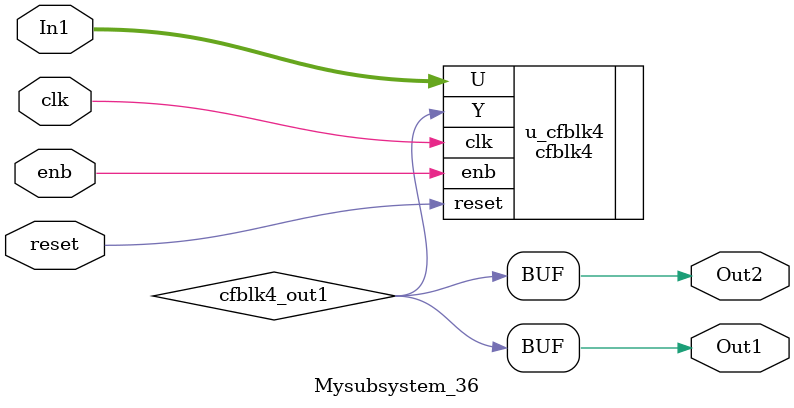
<source format=v>



`timescale 1 ns / 1 ns

module Mysubsystem_36
          (clk,
           reset,
           enb,
           In1,
           Out1,
           Out2);


  input   clk;
  input   reset;
  input   enb;
  input   [7:0] In1;  // uint8
  output  Out1;
  output  Out2;


  wire cfblk4_out1;


  cfblk4 u_cfblk4 (.clk(clk),
                   .reset(reset),
                   .enb(enb),
                   .U(In1),  // uint8
                   .Y(cfblk4_out1)
                   );

  assign Out1 = cfblk4_out1;

  assign Out2 = cfblk4_out1;

endmodule  // Mysubsystem_36


</source>
